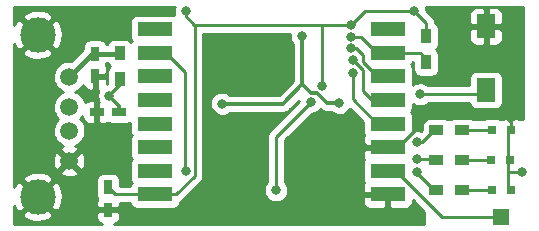
<source format=gtl>
G04 #@! TF.GenerationSoftware,KiCad,Pcbnew,no-vcs-found-ecdfa40~58~ubuntu16.04.1*
G04 #@! TF.CreationDate,2017-03-21T12:12:51+02:00*
G04 #@! TF.ProjectId,serial_gw_ATMEGA328P,73657269616C5F67775F41544D454741,rev?*
G04 #@! TF.FileFunction,Copper,L1,Top,Signal*
G04 #@! TF.FilePolarity,Positive*
%FSLAX46Y46*%
G04 Gerber Fmt 4.6, Leading zero omitted, Abs format (unit mm)*
G04 Created by KiCad (PCBNEW no-vcs-found-ecdfa40~58~ubuntu16.04.1) date Tue Mar 21 12:12:51 2017*
%MOMM*%
%LPD*%
G01*
G04 APERTURE LIST*
%ADD10C,0.100000*%
%ADD11C,1.501140*%
%ADD12C,2.999740*%
%ADD13R,1.350000X1.350000*%
%ADD14R,0.750000X1.200000*%
%ADD15R,1.600000X2.000000*%
%ADD16R,0.800000X0.800000*%
%ADD17R,1.200000X0.900000*%
%ADD18R,0.900000X1.200000*%
%ADD19R,3.000000X1.200000*%
%ADD20R,1.200000X0.750000*%
%ADD21C,0.800000*%
%ADD22C,0.250000*%
%ADD23C,0.300000*%
%ADD24C,0.400000*%
%ADD25C,0.254000*%
G04 APERTURE END LIST*
D10*
D11*
X76207000Y-87422000D03*
X76207000Y-84882000D03*
X76207000Y-82850000D03*
X76207000Y-80310000D03*
D12*
X73540000Y-90470000D03*
X73540000Y-76754000D03*
D13*
X112776000Y-92202000D03*
D14*
X79502000Y-89662000D03*
X79502000Y-91562000D03*
D15*
X111506000Y-76040000D03*
X111506000Y-81440000D03*
D16*
X113614000Y-84836000D03*
X112014000Y-84836000D03*
X111938000Y-87376000D03*
X113538000Y-87376000D03*
X113614000Y-89916000D03*
X112014000Y-89916000D03*
D17*
X109474000Y-84836000D03*
X107274000Y-84836000D03*
X107274000Y-87376000D03*
X109474000Y-87376000D03*
X109474000Y-89916000D03*
X107274000Y-89916000D03*
D18*
X106426000Y-76878000D03*
X106426000Y-79078000D03*
D19*
X103180000Y-76264000D03*
X103180000Y-78264000D03*
X103180000Y-80264000D03*
X103180000Y-82264000D03*
X103180000Y-84264000D03*
X103180000Y-86264000D03*
X103180000Y-88264000D03*
X103180000Y-90264000D03*
X83480000Y-90264000D03*
X83480000Y-88264000D03*
X83480000Y-86264000D03*
X83480000Y-84264000D03*
X83480000Y-82264000D03*
X83480000Y-80264000D03*
X83480000Y-78264000D03*
X83480000Y-76264000D03*
D18*
X80500000Y-78300000D03*
X80500000Y-80500000D03*
D14*
X78400000Y-78350000D03*
X78400000Y-80250000D03*
D20*
X78550000Y-83300000D03*
X80450000Y-83300000D03*
D21*
X89442189Y-85697136D03*
X87875000Y-82650000D03*
X114554000Y-88392000D03*
X100838000Y-84836000D03*
X79600000Y-81900000D03*
X89127626Y-82603499D03*
X99060000Y-82513010D03*
X95930001Y-76861151D03*
X96700022Y-82400000D03*
X105918006Y-81788000D03*
X93726000Y-89916000D03*
X97655635Y-81087092D03*
X100064291Y-75897378D03*
X105410000Y-74701009D03*
X86101340Y-74755009D03*
X105664002Y-85852000D03*
X105700000Y-87300000D03*
X105664000Y-88392000D03*
X100095976Y-76896888D03*
X100235021Y-79964283D03*
X100226992Y-78883000D03*
X100063857Y-77896384D03*
X86075000Y-88275000D03*
D22*
X89442189Y-84217189D02*
X89442189Y-85697136D01*
X87875000Y-82650000D02*
X89442189Y-84217189D01*
X100838000Y-84836000D02*
X101075000Y-85073000D01*
X101075000Y-85073000D02*
X101075000Y-85925000D01*
X101075000Y-85925000D02*
X101414000Y-86264000D01*
X101414000Y-86264000D02*
X103180000Y-86264000D01*
X113614000Y-84186000D02*
X113248000Y-83820000D01*
X113248000Y-83820000D02*
X106524000Y-83820000D01*
X106524000Y-83820000D02*
X104080000Y-86264000D01*
X104080000Y-86264000D02*
X103180000Y-86264000D01*
X103180000Y-86264000D02*
X101430000Y-86264000D01*
X101430000Y-86264000D02*
X101092000Y-86602000D01*
X101092000Y-86602000D02*
X101092000Y-90170000D01*
X101092000Y-90170000D02*
X101186000Y-90264000D01*
X111506000Y-76040000D02*
X112556000Y-76040000D01*
X112556000Y-76040000D02*
X113614000Y-77098000D01*
X113614000Y-77098000D02*
X113614000Y-84186000D01*
X113614000Y-84186000D02*
X113614000Y-84836000D01*
X113360000Y-89916000D02*
X113360000Y-88392000D01*
X113360000Y-88392000D02*
X113360000Y-87452000D01*
X114554000Y-88392000D02*
X113360000Y-88392000D01*
X101186000Y-90264000D02*
X99888000Y-91562000D01*
X99888000Y-91562000D02*
X79502000Y-91562000D01*
X101186000Y-90264000D02*
X103180000Y-90264000D01*
X79502000Y-91562000D02*
X74632000Y-91562000D01*
X74632000Y-91562000D02*
X73540000Y-90470000D01*
X113360000Y-87452000D02*
X113284000Y-87376000D01*
X113360000Y-84836000D02*
X113360000Y-87300000D01*
X113360000Y-87300000D02*
X113284000Y-87376000D01*
D23*
X80450000Y-83300000D02*
X80450000Y-82750000D01*
X80450000Y-82750000D02*
X79600000Y-81900000D01*
X80500000Y-80500000D02*
X80500000Y-81000000D01*
X80500000Y-81000000D02*
X79600000Y-81900000D01*
X97160002Y-81649998D02*
X98023014Y-82513010D01*
X96644688Y-81649998D02*
X97160002Y-81649998D01*
X95947575Y-80952885D02*
X96644688Y-81649998D01*
X98023014Y-82513010D02*
X99060000Y-82513010D01*
X94296961Y-82603499D02*
X89127626Y-82603499D01*
X95947575Y-80952885D02*
X94296961Y-82603499D01*
X95930001Y-80935311D02*
X95930001Y-76861151D01*
X95947575Y-80952885D02*
X95930001Y-80935311D01*
D22*
X93726000Y-89916000D02*
X93726000Y-85374022D01*
X93726000Y-85374022D02*
X96700022Y-82400000D01*
X111506000Y-81440000D02*
X111158000Y-81788000D01*
X111158000Y-81788000D02*
X105918006Y-81788000D01*
X97536000Y-75897378D02*
X97655635Y-76017013D01*
X97655635Y-76017013D02*
X97655635Y-81087092D01*
X87243709Y-75897378D02*
X86852622Y-75897378D01*
X86852622Y-75897378D02*
X86825000Y-75925000D01*
X85230000Y-90264000D02*
X83480000Y-90264000D01*
X86825000Y-75925000D02*
X86825000Y-88669000D01*
X86825000Y-88669000D02*
X85230000Y-90264000D01*
X87243709Y-75897378D02*
X86797378Y-75897378D01*
X86797378Y-75897378D02*
X86101340Y-75201340D01*
X86101340Y-75201340D02*
X86101340Y-74755009D01*
X100064291Y-75897378D02*
X97536000Y-75897378D01*
X97536000Y-75897378D02*
X87243709Y-75897378D01*
X105410000Y-74701009D02*
X101260660Y-74701009D01*
X101260660Y-74701009D02*
X100064291Y-75897378D01*
X106426000Y-75717009D02*
X105410000Y-74701009D01*
X106426000Y-76878000D02*
X106426000Y-75717009D01*
X83480000Y-90264000D02*
X80104000Y-90264000D01*
X80104000Y-90264000D02*
X79502000Y-89662000D01*
X111760000Y-84836000D02*
X109220000Y-84836000D01*
X109220000Y-87376000D02*
X111684000Y-87376000D01*
X111760000Y-89916000D02*
X109220000Y-89916000D01*
X103180000Y-88264000D02*
X103864000Y-88264000D01*
X103864000Y-88264000D02*
X107802000Y-92202000D01*
X107802000Y-92202000D02*
X112776000Y-92202000D01*
X107124000Y-84836000D02*
X106108000Y-85852000D01*
X107274000Y-84836000D02*
X107124000Y-84836000D01*
X106108000Y-85852000D02*
X105664002Y-85852000D01*
X105700000Y-87300000D02*
X107198000Y-87300000D01*
X107198000Y-87300000D02*
X107274000Y-87376000D01*
X107124000Y-89916000D02*
X105664000Y-88456000D01*
X107274000Y-89916000D02*
X107124000Y-89916000D01*
X105664000Y-88456000D02*
X105664000Y-88392000D01*
X100912888Y-76896888D02*
X100095976Y-76896888D01*
X102280000Y-78264000D02*
X100912888Y-76896888D01*
X103180000Y-78264000D02*
X102280000Y-78264000D01*
X103180000Y-78264000D02*
X105950000Y-78264000D01*
X105950000Y-78264000D02*
X106426000Y-78740000D01*
X106426000Y-78740000D02*
X106426000Y-79078000D01*
X100235021Y-82219021D02*
X100235021Y-79964283D01*
X102280000Y-84264000D02*
X100235021Y-82219021D01*
X103180000Y-84264000D02*
X102280000Y-84264000D01*
X103180000Y-82264000D02*
X101822000Y-82264000D01*
X101822000Y-82264000D02*
X101092000Y-81534000D01*
X101092000Y-81534000D02*
X101092000Y-79748008D01*
X101092000Y-79748008D02*
X100226992Y-78883000D01*
X103180000Y-80264000D02*
X102280000Y-80264000D01*
X102280000Y-80264000D02*
X101092000Y-79076000D01*
X101092000Y-79076000D02*
X101092000Y-78486000D01*
X101092000Y-78486000D02*
X100502384Y-77896384D01*
X100502384Y-77896384D02*
X100063857Y-77896384D01*
X83480000Y-78264000D02*
X84380000Y-78264000D01*
X84380000Y-78264000D02*
X86050000Y-79934000D01*
X86050000Y-79934000D02*
X86050000Y-88250000D01*
X86050000Y-88250000D02*
X86075000Y-88275000D01*
D24*
X78400000Y-78350000D02*
X80450000Y-78350000D01*
X80450000Y-78350000D02*
X80500000Y-78300000D01*
X76207000Y-80310000D02*
X78167000Y-78350000D01*
X78167000Y-78350000D02*
X78400000Y-78350000D01*
D25*
G36*
X85117677Y-74442973D02*
X85075802Y-74639977D01*
X85072990Y-74841362D01*
X85109348Y-75039458D01*
X85113203Y-75049194D01*
X85102913Y-75046073D01*
X84980000Y-75033967D01*
X81980000Y-75033967D01*
X81857087Y-75046073D01*
X81738897Y-75081925D01*
X81629972Y-75140147D01*
X81534499Y-75218499D01*
X81456147Y-75313972D01*
X81397925Y-75422897D01*
X81362073Y-75541087D01*
X81349967Y-75664000D01*
X81349967Y-76864000D01*
X81362073Y-76986913D01*
X81397925Y-77105103D01*
X81456147Y-77214028D01*
X81497158Y-77264000D01*
X81456147Y-77313972D01*
X81451478Y-77322707D01*
X81395501Y-77254499D01*
X81300028Y-77176147D01*
X81191103Y-77117925D01*
X81072913Y-77082073D01*
X80950000Y-77069967D01*
X80050000Y-77069967D01*
X79927087Y-77082073D01*
X79808897Y-77117925D01*
X79699972Y-77176147D01*
X79604499Y-77254499D01*
X79526147Y-77349972D01*
X79467925Y-77458897D01*
X79448480Y-77523000D01*
X79361353Y-77523000D01*
X79357075Y-77508897D01*
X79298853Y-77399972D01*
X79220501Y-77304499D01*
X79125028Y-77226147D01*
X79016103Y-77167925D01*
X78897913Y-77132073D01*
X78775000Y-77119967D01*
X78025000Y-77119967D01*
X77902087Y-77132073D01*
X77783897Y-77167925D01*
X77674972Y-77226147D01*
X77579499Y-77304499D01*
X77501147Y-77399972D01*
X77442925Y-77508897D01*
X77407073Y-77627087D01*
X77394967Y-77750000D01*
X77394967Y-77952478D01*
X76403469Y-78943976D01*
X76351692Y-78933348D01*
X76081543Y-78931462D01*
X75816173Y-78982084D01*
X75565689Y-79083286D01*
X75339633Y-79231213D01*
X75146614Y-79420231D01*
X74993986Y-79643140D01*
X74887560Y-79891449D01*
X74831392Y-80155701D01*
X74827620Y-80425830D01*
X74876388Y-80691547D01*
X74975839Y-80942731D01*
X75122184Y-81169814D01*
X75309850Y-81364148D01*
X75531688Y-81518329D01*
X75672836Y-81579996D01*
X75565689Y-81623286D01*
X75339633Y-81771213D01*
X75146614Y-81960231D01*
X74993986Y-82183140D01*
X74887560Y-82431449D01*
X74831392Y-82695701D01*
X74827620Y-82965830D01*
X74876388Y-83231547D01*
X74975839Y-83482731D01*
X75122184Y-83709814D01*
X75274229Y-83867261D01*
X75146614Y-83992231D01*
X74993986Y-84215140D01*
X74887560Y-84463449D01*
X74831392Y-84727701D01*
X74827620Y-84997830D01*
X74876388Y-85263547D01*
X74975839Y-85514731D01*
X75122184Y-85741814D01*
X75309850Y-85936148D01*
X75531688Y-86090329D01*
X75670427Y-86150943D01*
X75614391Y-86171032D01*
X75496095Y-86234263D01*
X75430380Y-86471431D01*
X76207000Y-87248052D01*
X76983620Y-86471431D01*
X76917905Y-86234263D01*
X76743067Y-86151702D01*
X76831120Y-86117549D01*
X77059220Y-85972792D01*
X77254859Y-85786488D01*
X77410585Y-85565732D01*
X77520467Y-85318932D01*
X77580320Y-85055491D01*
X77584629Y-84746922D01*
X77532155Y-84481912D01*
X77429207Y-84232141D01*
X77279705Y-84007123D01*
X77138687Y-83865117D01*
X77254859Y-83754488D01*
X77323000Y-83657892D01*
X77323000Y-83736754D01*
X77347095Y-83857889D01*
X77394360Y-83971996D01*
X77462977Y-84074689D01*
X77550311Y-84162023D01*
X77653004Y-84230640D01*
X77767111Y-84277905D01*
X77888246Y-84302000D01*
X78270250Y-84302000D01*
X78427000Y-84145250D01*
X78427000Y-83423000D01*
X78407000Y-83423000D01*
X78407000Y-83177000D01*
X78427000Y-83177000D01*
X78427000Y-82454750D01*
X78270250Y-82298000D01*
X77888246Y-82298000D01*
X77767111Y-82322095D01*
X77653004Y-82369360D01*
X77550311Y-82437977D01*
X77533183Y-82455105D01*
X77532155Y-82449912D01*
X77429207Y-82200141D01*
X77279705Y-81975123D01*
X77089345Y-81783429D01*
X76865376Y-81632360D01*
X76741528Y-81580299D01*
X76831120Y-81545549D01*
X77059220Y-81400792D01*
X77254859Y-81214488D01*
X77410585Y-80993732D01*
X77413157Y-80987955D01*
X77422095Y-81032889D01*
X77469360Y-81146996D01*
X77537977Y-81249689D01*
X77625311Y-81337023D01*
X77728004Y-81405640D01*
X77842111Y-81452905D01*
X77963246Y-81477000D01*
X78120250Y-81477000D01*
X78277000Y-81320250D01*
X78277000Y-80373000D01*
X78257000Y-80373000D01*
X78257000Y-80127000D01*
X78277000Y-80127000D01*
X78277000Y-80107000D01*
X78523000Y-80107000D01*
X78523000Y-80127000D01*
X79245250Y-80127000D01*
X79402000Y-79970250D01*
X79402000Y-79588246D01*
X79377905Y-79467111D01*
X79330640Y-79353004D01*
X79296863Y-79302453D01*
X79298853Y-79300028D01*
X79357075Y-79191103D01*
X79361353Y-79177000D01*
X79487112Y-79177000D01*
X79526147Y-79250028D01*
X79604499Y-79345501D01*
X79670907Y-79400000D01*
X79604499Y-79454499D01*
X79526147Y-79549972D01*
X79467925Y-79658897D01*
X79432073Y-79777087D01*
X79419967Y-79900000D01*
X79419967Y-80888779D01*
X79402000Y-80892207D01*
X79402000Y-80529750D01*
X79245250Y-80373000D01*
X78523000Y-80373000D01*
X78523000Y-81320250D01*
X78668653Y-81465903D01*
X78616337Y-81587964D01*
X78574462Y-81784968D01*
X78571650Y-81986353D01*
X78608008Y-82184449D01*
X78682150Y-82371711D01*
X78711107Y-82416643D01*
X78673000Y-82454750D01*
X78673000Y-83177000D01*
X78693000Y-83177000D01*
X78693000Y-83423000D01*
X78673000Y-83423000D01*
X78673000Y-84145250D01*
X78829750Y-84302000D01*
X79211754Y-84302000D01*
X79332889Y-84277905D01*
X79446996Y-84230640D01*
X79497547Y-84196863D01*
X79499972Y-84198853D01*
X79608897Y-84257075D01*
X79727087Y-84292927D01*
X79850000Y-84305033D01*
X81050000Y-84305033D01*
X81172913Y-84292927D01*
X81291103Y-84257075D01*
X81349967Y-84225611D01*
X81349967Y-84864000D01*
X81362073Y-84986913D01*
X81397925Y-85105103D01*
X81456147Y-85214028D01*
X81497158Y-85264000D01*
X81456147Y-85313972D01*
X81397925Y-85422897D01*
X81362073Y-85541087D01*
X81349967Y-85664000D01*
X81349967Y-86864000D01*
X81362073Y-86986913D01*
X81397925Y-87105103D01*
X81456147Y-87214028D01*
X81497158Y-87264000D01*
X81456147Y-87313972D01*
X81397925Y-87422897D01*
X81362073Y-87541087D01*
X81349967Y-87664000D01*
X81349967Y-88864000D01*
X81362073Y-88986913D01*
X81397925Y-89105103D01*
X81456147Y-89214028D01*
X81497158Y-89264000D01*
X81456147Y-89313972D01*
X81397925Y-89422897D01*
X81370896Y-89512000D01*
X80507033Y-89512000D01*
X80507033Y-89062000D01*
X80494927Y-88939087D01*
X80459075Y-88820897D01*
X80400853Y-88711972D01*
X80322501Y-88616499D01*
X80227028Y-88538147D01*
X80118103Y-88479925D01*
X79999913Y-88444073D01*
X79877000Y-88431967D01*
X79127000Y-88431967D01*
X79004087Y-88444073D01*
X78885897Y-88479925D01*
X78776972Y-88538147D01*
X78681499Y-88616499D01*
X78603147Y-88711972D01*
X78544925Y-88820897D01*
X78509073Y-88939087D01*
X78496967Y-89062000D01*
X78496967Y-90262000D01*
X78509073Y-90384913D01*
X78544925Y-90503103D01*
X78603147Y-90612028D01*
X78605137Y-90614453D01*
X78571360Y-90665004D01*
X78524095Y-90779111D01*
X78500000Y-90900246D01*
X78500000Y-91282250D01*
X78656750Y-91439000D01*
X79379000Y-91439000D01*
X79379000Y-91419000D01*
X79625000Y-91419000D01*
X79625000Y-91439000D01*
X80347250Y-91439000D01*
X80504000Y-91282250D01*
X80504000Y-91016000D01*
X81370896Y-91016000D01*
X81397925Y-91105103D01*
X81456147Y-91214028D01*
X81534499Y-91309501D01*
X81629972Y-91387853D01*
X81738897Y-91446075D01*
X81857087Y-91481927D01*
X81980000Y-91494033D01*
X84980000Y-91494033D01*
X85102913Y-91481927D01*
X85221103Y-91446075D01*
X85330028Y-91387853D01*
X85425501Y-91309501D01*
X85503853Y-91214028D01*
X85562075Y-91105103D01*
X85597927Y-90986913D01*
X85605260Y-90912465D01*
X85639568Y-90894681D01*
X85642660Y-90892213D01*
X85646150Y-90890357D01*
X85699962Y-90846469D01*
X85754268Y-90803117D01*
X85759770Y-90797691D01*
X85759885Y-90797597D01*
X85759973Y-90797490D01*
X85761744Y-90795744D01*
X87356745Y-89200744D01*
X87400851Y-89147048D01*
X87445485Y-89093855D01*
X87447390Y-89090390D01*
X87449900Y-89087334D01*
X87482739Y-89026090D01*
X87516190Y-88965244D01*
X87517385Y-88961478D01*
X87519255Y-88957990D01*
X87539577Y-88891520D01*
X87560567Y-88825350D01*
X87561008Y-88821421D01*
X87562164Y-88817639D01*
X87569185Y-88748517D01*
X87576927Y-88679500D01*
X87576981Y-88671776D01*
X87576996Y-88671625D01*
X87576983Y-88671485D01*
X87577000Y-88669000D01*
X87577000Y-76649378D01*
X94925026Y-76649378D01*
X94904463Y-76746119D01*
X94901651Y-76947504D01*
X94938009Y-77145600D01*
X95012151Y-77332862D01*
X95121254Y-77502156D01*
X95153001Y-77535031D01*
X95153001Y-80648615D01*
X93975117Y-81826499D01*
X89803448Y-81826499D01*
X89785428Y-81808353D01*
X89618455Y-81695729D01*
X89432788Y-81617681D01*
X89235496Y-81577183D01*
X89034096Y-81575777D01*
X88836258Y-81613517D01*
X88649519Y-81688964D01*
X88480990Y-81799246D01*
X88337092Y-81940162D01*
X88223305Y-82106344D01*
X88143963Y-82291463D01*
X88102088Y-82488467D01*
X88099276Y-82689852D01*
X88135634Y-82887948D01*
X88209776Y-83075210D01*
X88318879Y-83244504D01*
X88458786Y-83389383D01*
X88624170Y-83504328D01*
X88808730Y-83584960D01*
X89005437Y-83628209D01*
X89206798Y-83632427D01*
X89405143Y-83597453D01*
X89592918Y-83524620D01*
X89762970Y-83416702D01*
X89800987Y-83380499D01*
X94296961Y-83380499D01*
X94368443Y-83373490D01*
X94439891Y-83367239D01*
X94443811Y-83366100D01*
X94447881Y-83365701D01*
X94516629Y-83344945D01*
X94585514Y-83324932D01*
X94589140Y-83323052D01*
X94593053Y-83321871D01*
X94656428Y-83288174D01*
X94720146Y-83255146D01*
X94723340Y-83252596D01*
X94726946Y-83250679D01*
X94782542Y-83205336D01*
X94838658Y-83160539D01*
X94844347Y-83154929D01*
X94844462Y-83154835D01*
X94844550Y-83154729D01*
X94846383Y-83152921D01*
X95673920Y-82325384D01*
X95673392Y-82363142D01*
X93194256Y-84842278D01*
X93150174Y-84895944D01*
X93105515Y-84949167D01*
X93103610Y-84952633D01*
X93101100Y-84955688D01*
X93068280Y-85016897D01*
X93034810Y-85077778D01*
X93033614Y-85081548D01*
X93031746Y-85085032D01*
X93011438Y-85151456D01*
X92990433Y-85217672D01*
X92989992Y-85221601D01*
X92988836Y-85225383D01*
X92981820Y-85294461D01*
X92974073Y-85363522D01*
X92974019Y-85371257D01*
X92974005Y-85371397D01*
X92974017Y-85371528D01*
X92974000Y-85374022D01*
X92974000Y-89214928D01*
X92935466Y-89252663D01*
X92821679Y-89418845D01*
X92742337Y-89603964D01*
X92700462Y-89800968D01*
X92697650Y-90002353D01*
X92734008Y-90200449D01*
X92808150Y-90387711D01*
X92917253Y-90557005D01*
X93057160Y-90701884D01*
X93222544Y-90816829D01*
X93407104Y-90897461D01*
X93603811Y-90940710D01*
X93805172Y-90944928D01*
X94003517Y-90909954D01*
X94191292Y-90837121D01*
X94361344Y-90729203D01*
X94507195Y-90590310D01*
X94540039Y-90543750D01*
X101053000Y-90543750D01*
X101053000Y-90925754D01*
X101077095Y-91046889D01*
X101124360Y-91160996D01*
X101192977Y-91263689D01*
X101280311Y-91351023D01*
X101383004Y-91419640D01*
X101497111Y-91466905D01*
X101618246Y-91491000D01*
X102900250Y-91491000D01*
X103057000Y-91334250D01*
X103057000Y-90387000D01*
X101209750Y-90387000D01*
X101053000Y-90543750D01*
X94540039Y-90543750D01*
X94623292Y-90425733D01*
X94705211Y-90241740D01*
X94749832Y-90045340D01*
X94753044Y-89815297D01*
X94713924Y-89617728D01*
X94637175Y-89431520D01*
X94525719Y-89263765D01*
X94478000Y-89215712D01*
X94478000Y-85685510D01*
X96735497Y-83428013D01*
X96779194Y-83428928D01*
X96977539Y-83393954D01*
X97165314Y-83321121D01*
X97335366Y-83213203D01*
X97481217Y-83074310D01*
X97483725Y-83070755D01*
X97529095Y-83108023D01*
X97584035Y-83154123D01*
X97587613Y-83156090D01*
X97590772Y-83158685D01*
X97654031Y-83192604D01*
X97716921Y-83227178D01*
X97720818Y-83228414D01*
X97724417Y-83230344D01*
X97793001Y-83251312D01*
X97861467Y-83273031D01*
X97865532Y-83273487D01*
X97869434Y-83274680D01*
X97940792Y-83281928D01*
X98012165Y-83289934D01*
X98020154Y-83289990D01*
X98020302Y-83290005D01*
X98020440Y-83289992D01*
X98023014Y-83290010D01*
X98382581Y-83290010D01*
X98391160Y-83298894D01*
X98556544Y-83413839D01*
X98741104Y-83494471D01*
X98937811Y-83537720D01*
X99139172Y-83541938D01*
X99337517Y-83506964D01*
X99525292Y-83434131D01*
X99695344Y-83326213D01*
X99841195Y-83187320D01*
X99957292Y-83022743D01*
X99962826Y-83010314D01*
X101049967Y-84097455D01*
X101049967Y-84864000D01*
X101062073Y-84986913D01*
X101097925Y-85105103D01*
X101156147Y-85214028D01*
X101195413Y-85261875D01*
X101192977Y-85264311D01*
X101124360Y-85367004D01*
X101077095Y-85481111D01*
X101053000Y-85602246D01*
X101053000Y-85984250D01*
X101209750Y-86141000D01*
X103057000Y-86141000D01*
X103057000Y-86121000D01*
X103303000Y-86121000D01*
X103303000Y-86141000D01*
X103323000Y-86141000D01*
X103323000Y-86387000D01*
X103303000Y-86387000D01*
X103303000Y-86407000D01*
X103057000Y-86407000D01*
X103057000Y-86387000D01*
X101209750Y-86387000D01*
X101053000Y-86543750D01*
X101053000Y-86925754D01*
X101077095Y-87046889D01*
X101124360Y-87160996D01*
X101192977Y-87263689D01*
X101195413Y-87266125D01*
X101156147Y-87313972D01*
X101097925Y-87422897D01*
X101062073Y-87541087D01*
X101049967Y-87664000D01*
X101049967Y-88864000D01*
X101062073Y-88986913D01*
X101097925Y-89105103D01*
X101156147Y-89214028D01*
X101195413Y-89261875D01*
X101192977Y-89264311D01*
X101124360Y-89367004D01*
X101077095Y-89481111D01*
X101053000Y-89602246D01*
X101053000Y-89984250D01*
X101209750Y-90141000D01*
X103057000Y-90141000D01*
X103057000Y-90121000D01*
X103303000Y-90121000D01*
X103303000Y-90141000D01*
X103323000Y-90141000D01*
X103323000Y-90387000D01*
X103303000Y-90387000D01*
X103303000Y-91334250D01*
X103459750Y-91491000D01*
X104741754Y-91491000D01*
X104862889Y-91466905D01*
X104976996Y-91419640D01*
X105079689Y-91351023D01*
X105167023Y-91263689D01*
X105235640Y-91160996D01*
X105282905Y-91046889D01*
X105307000Y-90925754D01*
X105307000Y-90770488D01*
X106273000Y-91736488D01*
X106273000Y-92770000D01*
X80034274Y-92770000D01*
X80059889Y-92764905D01*
X80173996Y-92717640D01*
X80276689Y-92649023D01*
X80364023Y-92561689D01*
X80432640Y-92458996D01*
X80479905Y-92344889D01*
X80504000Y-92223754D01*
X80504000Y-91841750D01*
X80347250Y-91685000D01*
X79625000Y-91685000D01*
X79625000Y-91705000D01*
X79379000Y-91705000D01*
X79379000Y-91685000D01*
X78656750Y-91685000D01*
X78500000Y-91841750D01*
X78500000Y-92223754D01*
X78524095Y-92344889D01*
X78571360Y-92458996D01*
X78639977Y-92561689D01*
X78727311Y-92649023D01*
X78830004Y-92717640D01*
X78944111Y-92764905D01*
X78969726Y-92770000D01*
X71568000Y-92770000D01*
X71568000Y-91954633D01*
X72229315Y-91954633D01*
X72385399Y-92268431D01*
X72758441Y-92459126D01*
X73161518Y-92573380D01*
X73579139Y-92606802D01*
X73995257Y-92558109D01*
X74393879Y-92429170D01*
X74694601Y-92268431D01*
X74850685Y-91954633D01*
X73540000Y-90643948D01*
X72229315Y-91954633D01*
X71568000Y-91954633D01*
X71568000Y-91284214D01*
X71580830Y-91323879D01*
X71741569Y-91624601D01*
X72055367Y-91780685D01*
X73366052Y-90470000D01*
X73713948Y-90470000D01*
X75024633Y-91780685D01*
X75338431Y-91624601D01*
X75529126Y-91251559D01*
X75643380Y-90848482D01*
X75676802Y-90430861D01*
X75628109Y-90014743D01*
X75499170Y-89616121D01*
X75338431Y-89315399D01*
X75024633Y-89159315D01*
X73713948Y-90470000D01*
X73366052Y-90470000D01*
X72055367Y-89159315D01*
X71741569Y-89315399D01*
X71568000Y-89654939D01*
X71568000Y-88985367D01*
X72229315Y-88985367D01*
X73540000Y-90296052D01*
X74850685Y-88985367D01*
X74694601Y-88671569D01*
X74321559Y-88480874D01*
X73939470Y-88372569D01*
X75430380Y-88372569D01*
X75496095Y-88609737D01*
X75741470Y-88725606D01*
X76004736Y-88791378D01*
X76275775Y-88804525D01*
X76544170Y-88764543D01*
X76799609Y-88672968D01*
X76917905Y-88609737D01*
X76983620Y-88372569D01*
X76207000Y-87595948D01*
X75430380Y-88372569D01*
X73939470Y-88372569D01*
X73918482Y-88366620D01*
X73500861Y-88333198D01*
X73084743Y-88381891D01*
X72686121Y-88510830D01*
X72385399Y-88671569D01*
X72229315Y-88985367D01*
X71568000Y-88985367D01*
X71568000Y-87490775D01*
X74824475Y-87490775D01*
X74864457Y-87759170D01*
X74956032Y-88014609D01*
X75019263Y-88132905D01*
X75256431Y-88198620D01*
X76033052Y-87422000D01*
X76380948Y-87422000D01*
X77157569Y-88198620D01*
X77394737Y-88132905D01*
X77510606Y-87887530D01*
X77576378Y-87624264D01*
X77589525Y-87353225D01*
X77549543Y-87084830D01*
X77457968Y-86829391D01*
X77394737Y-86711095D01*
X77157569Y-86645380D01*
X76380948Y-87422000D01*
X76033052Y-87422000D01*
X75256431Y-86645380D01*
X75019263Y-86711095D01*
X74903394Y-86956470D01*
X74837622Y-87219736D01*
X74824475Y-87490775D01*
X71568000Y-87490775D01*
X71568000Y-78238633D01*
X72229315Y-78238633D01*
X72385399Y-78552431D01*
X72758441Y-78743126D01*
X73161518Y-78857380D01*
X73579139Y-78890802D01*
X73995257Y-78842109D01*
X74393879Y-78713170D01*
X74694601Y-78552431D01*
X74850685Y-78238633D01*
X73540000Y-76927948D01*
X72229315Y-78238633D01*
X71568000Y-78238633D01*
X71568000Y-77568214D01*
X71580830Y-77607879D01*
X71741569Y-77908601D01*
X72055367Y-78064685D01*
X73366052Y-76754000D01*
X73713948Y-76754000D01*
X75024633Y-78064685D01*
X75338431Y-77908601D01*
X75529126Y-77535559D01*
X75643380Y-77132482D01*
X75676802Y-76714861D01*
X75628109Y-76298743D01*
X75499170Y-75900121D01*
X75338431Y-75599399D01*
X75024633Y-75443315D01*
X73713948Y-76754000D01*
X73366052Y-76754000D01*
X72055367Y-75443315D01*
X71741569Y-75599399D01*
X71568000Y-75938939D01*
X71568000Y-75269367D01*
X72229315Y-75269367D01*
X73540000Y-76580052D01*
X74850685Y-75269367D01*
X74694601Y-74955569D01*
X74321559Y-74764874D01*
X73918482Y-74650620D01*
X73500861Y-74617198D01*
X73084743Y-74665891D01*
X72686121Y-74794830D01*
X72385399Y-74955569D01*
X72229315Y-75269367D01*
X71568000Y-75269367D01*
X71568000Y-74362000D01*
X85152382Y-74362000D01*
X85117677Y-74442973D01*
X85117677Y-74442973D01*
G37*
X85117677Y-74442973D02*
X85075802Y-74639977D01*
X85072990Y-74841362D01*
X85109348Y-75039458D01*
X85113203Y-75049194D01*
X85102913Y-75046073D01*
X84980000Y-75033967D01*
X81980000Y-75033967D01*
X81857087Y-75046073D01*
X81738897Y-75081925D01*
X81629972Y-75140147D01*
X81534499Y-75218499D01*
X81456147Y-75313972D01*
X81397925Y-75422897D01*
X81362073Y-75541087D01*
X81349967Y-75664000D01*
X81349967Y-76864000D01*
X81362073Y-76986913D01*
X81397925Y-77105103D01*
X81456147Y-77214028D01*
X81497158Y-77264000D01*
X81456147Y-77313972D01*
X81451478Y-77322707D01*
X81395501Y-77254499D01*
X81300028Y-77176147D01*
X81191103Y-77117925D01*
X81072913Y-77082073D01*
X80950000Y-77069967D01*
X80050000Y-77069967D01*
X79927087Y-77082073D01*
X79808897Y-77117925D01*
X79699972Y-77176147D01*
X79604499Y-77254499D01*
X79526147Y-77349972D01*
X79467925Y-77458897D01*
X79448480Y-77523000D01*
X79361353Y-77523000D01*
X79357075Y-77508897D01*
X79298853Y-77399972D01*
X79220501Y-77304499D01*
X79125028Y-77226147D01*
X79016103Y-77167925D01*
X78897913Y-77132073D01*
X78775000Y-77119967D01*
X78025000Y-77119967D01*
X77902087Y-77132073D01*
X77783897Y-77167925D01*
X77674972Y-77226147D01*
X77579499Y-77304499D01*
X77501147Y-77399972D01*
X77442925Y-77508897D01*
X77407073Y-77627087D01*
X77394967Y-77750000D01*
X77394967Y-77952478D01*
X76403469Y-78943976D01*
X76351692Y-78933348D01*
X76081543Y-78931462D01*
X75816173Y-78982084D01*
X75565689Y-79083286D01*
X75339633Y-79231213D01*
X75146614Y-79420231D01*
X74993986Y-79643140D01*
X74887560Y-79891449D01*
X74831392Y-80155701D01*
X74827620Y-80425830D01*
X74876388Y-80691547D01*
X74975839Y-80942731D01*
X75122184Y-81169814D01*
X75309850Y-81364148D01*
X75531688Y-81518329D01*
X75672836Y-81579996D01*
X75565689Y-81623286D01*
X75339633Y-81771213D01*
X75146614Y-81960231D01*
X74993986Y-82183140D01*
X74887560Y-82431449D01*
X74831392Y-82695701D01*
X74827620Y-82965830D01*
X74876388Y-83231547D01*
X74975839Y-83482731D01*
X75122184Y-83709814D01*
X75274229Y-83867261D01*
X75146614Y-83992231D01*
X74993986Y-84215140D01*
X74887560Y-84463449D01*
X74831392Y-84727701D01*
X74827620Y-84997830D01*
X74876388Y-85263547D01*
X74975839Y-85514731D01*
X75122184Y-85741814D01*
X75309850Y-85936148D01*
X75531688Y-86090329D01*
X75670427Y-86150943D01*
X75614391Y-86171032D01*
X75496095Y-86234263D01*
X75430380Y-86471431D01*
X76207000Y-87248052D01*
X76983620Y-86471431D01*
X76917905Y-86234263D01*
X76743067Y-86151702D01*
X76831120Y-86117549D01*
X77059220Y-85972792D01*
X77254859Y-85786488D01*
X77410585Y-85565732D01*
X77520467Y-85318932D01*
X77580320Y-85055491D01*
X77584629Y-84746922D01*
X77532155Y-84481912D01*
X77429207Y-84232141D01*
X77279705Y-84007123D01*
X77138687Y-83865117D01*
X77254859Y-83754488D01*
X77323000Y-83657892D01*
X77323000Y-83736754D01*
X77347095Y-83857889D01*
X77394360Y-83971996D01*
X77462977Y-84074689D01*
X77550311Y-84162023D01*
X77653004Y-84230640D01*
X77767111Y-84277905D01*
X77888246Y-84302000D01*
X78270250Y-84302000D01*
X78427000Y-84145250D01*
X78427000Y-83423000D01*
X78407000Y-83423000D01*
X78407000Y-83177000D01*
X78427000Y-83177000D01*
X78427000Y-82454750D01*
X78270250Y-82298000D01*
X77888246Y-82298000D01*
X77767111Y-82322095D01*
X77653004Y-82369360D01*
X77550311Y-82437977D01*
X77533183Y-82455105D01*
X77532155Y-82449912D01*
X77429207Y-82200141D01*
X77279705Y-81975123D01*
X77089345Y-81783429D01*
X76865376Y-81632360D01*
X76741528Y-81580299D01*
X76831120Y-81545549D01*
X77059220Y-81400792D01*
X77254859Y-81214488D01*
X77410585Y-80993732D01*
X77413157Y-80987955D01*
X77422095Y-81032889D01*
X77469360Y-81146996D01*
X77537977Y-81249689D01*
X77625311Y-81337023D01*
X77728004Y-81405640D01*
X77842111Y-81452905D01*
X77963246Y-81477000D01*
X78120250Y-81477000D01*
X78277000Y-81320250D01*
X78277000Y-80373000D01*
X78257000Y-80373000D01*
X78257000Y-80127000D01*
X78277000Y-80127000D01*
X78277000Y-80107000D01*
X78523000Y-80107000D01*
X78523000Y-80127000D01*
X79245250Y-80127000D01*
X79402000Y-79970250D01*
X79402000Y-79588246D01*
X79377905Y-79467111D01*
X79330640Y-79353004D01*
X79296863Y-79302453D01*
X79298853Y-79300028D01*
X79357075Y-79191103D01*
X79361353Y-79177000D01*
X79487112Y-79177000D01*
X79526147Y-79250028D01*
X79604499Y-79345501D01*
X79670907Y-79400000D01*
X79604499Y-79454499D01*
X79526147Y-79549972D01*
X79467925Y-79658897D01*
X79432073Y-79777087D01*
X79419967Y-79900000D01*
X79419967Y-80888779D01*
X79402000Y-80892207D01*
X79402000Y-80529750D01*
X79245250Y-80373000D01*
X78523000Y-80373000D01*
X78523000Y-81320250D01*
X78668653Y-81465903D01*
X78616337Y-81587964D01*
X78574462Y-81784968D01*
X78571650Y-81986353D01*
X78608008Y-82184449D01*
X78682150Y-82371711D01*
X78711107Y-82416643D01*
X78673000Y-82454750D01*
X78673000Y-83177000D01*
X78693000Y-83177000D01*
X78693000Y-83423000D01*
X78673000Y-83423000D01*
X78673000Y-84145250D01*
X78829750Y-84302000D01*
X79211754Y-84302000D01*
X79332889Y-84277905D01*
X79446996Y-84230640D01*
X79497547Y-84196863D01*
X79499972Y-84198853D01*
X79608897Y-84257075D01*
X79727087Y-84292927D01*
X79850000Y-84305033D01*
X81050000Y-84305033D01*
X81172913Y-84292927D01*
X81291103Y-84257075D01*
X81349967Y-84225611D01*
X81349967Y-84864000D01*
X81362073Y-84986913D01*
X81397925Y-85105103D01*
X81456147Y-85214028D01*
X81497158Y-85264000D01*
X81456147Y-85313972D01*
X81397925Y-85422897D01*
X81362073Y-85541087D01*
X81349967Y-85664000D01*
X81349967Y-86864000D01*
X81362073Y-86986913D01*
X81397925Y-87105103D01*
X81456147Y-87214028D01*
X81497158Y-87264000D01*
X81456147Y-87313972D01*
X81397925Y-87422897D01*
X81362073Y-87541087D01*
X81349967Y-87664000D01*
X81349967Y-88864000D01*
X81362073Y-88986913D01*
X81397925Y-89105103D01*
X81456147Y-89214028D01*
X81497158Y-89264000D01*
X81456147Y-89313972D01*
X81397925Y-89422897D01*
X81370896Y-89512000D01*
X80507033Y-89512000D01*
X80507033Y-89062000D01*
X80494927Y-88939087D01*
X80459075Y-88820897D01*
X80400853Y-88711972D01*
X80322501Y-88616499D01*
X80227028Y-88538147D01*
X80118103Y-88479925D01*
X79999913Y-88444073D01*
X79877000Y-88431967D01*
X79127000Y-88431967D01*
X79004087Y-88444073D01*
X78885897Y-88479925D01*
X78776972Y-88538147D01*
X78681499Y-88616499D01*
X78603147Y-88711972D01*
X78544925Y-88820897D01*
X78509073Y-88939087D01*
X78496967Y-89062000D01*
X78496967Y-90262000D01*
X78509073Y-90384913D01*
X78544925Y-90503103D01*
X78603147Y-90612028D01*
X78605137Y-90614453D01*
X78571360Y-90665004D01*
X78524095Y-90779111D01*
X78500000Y-90900246D01*
X78500000Y-91282250D01*
X78656750Y-91439000D01*
X79379000Y-91439000D01*
X79379000Y-91419000D01*
X79625000Y-91419000D01*
X79625000Y-91439000D01*
X80347250Y-91439000D01*
X80504000Y-91282250D01*
X80504000Y-91016000D01*
X81370896Y-91016000D01*
X81397925Y-91105103D01*
X81456147Y-91214028D01*
X81534499Y-91309501D01*
X81629972Y-91387853D01*
X81738897Y-91446075D01*
X81857087Y-91481927D01*
X81980000Y-91494033D01*
X84980000Y-91494033D01*
X85102913Y-91481927D01*
X85221103Y-91446075D01*
X85330028Y-91387853D01*
X85425501Y-91309501D01*
X85503853Y-91214028D01*
X85562075Y-91105103D01*
X85597927Y-90986913D01*
X85605260Y-90912465D01*
X85639568Y-90894681D01*
X85642660Y-90892213D01*
X85646150Y-90890357D01*
X85699962Y-90846469D01*
X85754268Y-90803117D01*
X85759770Y-90797691D01*
X85759885Y-90797597D01*
X85759973Y-90797490D01*
X85761744Y-90795744D01*
X87356745Y-89200744D01*
X87400851Y-89147048D01*
X87445485Y-89093855D01*
X87447390Y-89090390D01*
X87449900Y-89087334D01*
X87482739Y-89026090D01*
X87516190Y-88965244D01*
X87517385Y-88961478D01*
X87519255Y-88957990D01*
X87539577Y-88891520D01*
X87560567Y-88825350D01*
X87561008Y-88821421D01*
X87562164Y-88817639D01*
X87569185Y-88748517D01*
X87576927Y-88679500D01*
X87576981Y-88671776D01*
X87576996Y-88671625D01*
X87576983Y-88671485D01*
X87577000Y-88669000D01*
X87577000Y-76649378D01*
X94925026Y-76649378D01*
X94904463Y-76746119D01*
X94901651Y-76947504D01*
X94938009Y-77145600D01*
X95012151Y-77332862D01*
X95121254Y-77502156D01*
X95153001Y-77535031D01*
X95153001Y-80648615D01*
X93975117Y-81826499D01*
X89803448Y-81826499D01*
X89785428Y-81808353D01*
X89618455Y-81695729D01*
X89432788Y-81617681D01*
X89235496Y-81577183D01*
X89034096Y-81575777D01*
X88836258Y-81613517D01*
X88649519Y-81688964D01*
X88480990Y-81799246D01*
X88337092Y-81940162D01*
X88223305Y-82106344D01*
X88143963Y-82291463D01*
X88102088Y-82488467D01*
X88099276Y-82689852D01*
X88135634Y-82887948D01*
X88209776Y-83075210D01*
X88318879Y-83244504D01*
X88458786Y-83389383D01*
X88624170Y-83504328D01*
X88808730Y-83584960D01*
X89005437Y-83628209D01*
X89206798Y-83632427D01*
X89405143Y-83597453D01*
X89592918Y-83524620D01*
X89762970Y-83416702D01*
X89800987Y-83380499D01*
X94296961Y-83380499D01*
X94368443Y-83373490D01*
X94439891Y-83367239D01*
X94443811Y-83366100D01*
X94447881Y-83365701D01*
X94516629Y-83344945D01*
X94585514Y-83324932D01*
X94589140Y-83323052D01*
X94593053Y-83321871D01*
X94656428Y-83288174D01*
X94720146Y-83255146D01*
X94723340Y-83252596D01*
X94726946Y-83250679D01*
X94782542Y-83205336D01*
X94838658Y-83160539D01*
X94844347Y-83154929D01*
X94844462Y-83154835D01*
X94844550Y-83154729D01*
X94846383Y-83152921D01*
X95673920Y-82325384D01*
X95673392Y-82363142D01*
X93194256Y-84842278D01*
X93150174Y-84895944D01*
X93105515Y-84949167D01*
X93103610Y-84952633D01*
X93101100Y-84955688D01*
X93068280Y-85016897D01*
X93034810Y-85077778D01*
X93033614Y-85081548D01*
X93031746Y-85085032D01*
X93011438Y-85151456D01*
X92990433Y-85217672D01*
X92989992Y-85221601D01*
X92988836Y-85225383D01*
X92981820Y-85294461D01*
X92974073Y-85363522D01*
X92974019Y-85371257D01*
X92974005Y-85371397D01*
X92974017Y-85371528D01*
X92974000Y-85374022D01*
X92974000Y-89214928D01*
X92935466Y-89252663D01*
X92821679Y-89418845D01*
X92742337Y-89603964D01*
X92700462Y-89800968D01*
X92697650Y-90002353D01*
X92734008Y-90200449D01*
X92808150Y-90387711D01*
X92917253Y-90557005D01*
X93057160Y-90701884D01*
X93222544Y-90816829D01*
X93407104Y-90897461D01*
X93603811Y-90940710D01*
X93805172Y-90944928D01*
X94003517Y-90909954D01*
X94191292Y-90837121D01*
X94361344Y-90729203D01*
X94507195Y-90590310D01*
X94540039Y-90543750D01*
X101053000Y-90543750D01*
X101053000Y-90925754D01*
X101077095Y-91046889D01*
X101124360Y-91160996D01*
X101192977Y-91263689D01*
X101280311Y-91351023D01*
X101383004Y-91419640D01*
X101497111Y-91466905D01*
X101618246Y-91491000D01*
X102900250Y-91491000D01*
X103057000Y-91334250D01*
X103057000Y-90387000D01*
X101209750Y-90387000D01*
X101053000Y-90543750D01*
X94540039Y-90543750D01*
X94623292Y-90425733D01*
X94705211Y-90241740D01*
X94749832Y-90045340D01*
X94753044Y-89815297D01*
X94713924Y-89617728D01*
X94637175Y-89431520D01*
X94525719Y-89263765D01*
X94478000Y-89215712D01*
X94478000Y-85685510D01*
X96735497Y-83428013D01*
X96779194Y-83428928D01*
X96977539Y-83393954D01*
X97165314Y-83321121D01*
X97335366Y-83213203D01*
X97481217Y-83074310D01*
X97483725Y-83070755D01*
X97529095Y-83108023D01*
X97584035Y-83154123D01*
X97587613Y-83156090D01*
X97590772Y-83158685D01*
X97654031Y-83192604D01*
X97716921Y-83227178D01*
X97720818Y-83228414D01*
X97724417Y-83230344D01*
X97793001Y-83251312D01*
X97861467Y-83273031D01*
X97865532Y-83273487D01*
X97869434Y-83274680D01*
X97940792Y-83281928D01*
X98012165Y-83289934D01*
X98020154Y-83289990D01*
X98020302Y-83290005D01*
X98020440Y-83289992D01*
X98023014Y-83290010D01*
X98382581Y-83290010D01*
X98391160Y-83298894D01*
X98556544Y-83413839D01*
X98741104Y-83494471D01*
X98937811Y-83537720D01*
X99139172Y-83541938D01*
X99337517Y-83506964D01*
X99525292Y-83434131D01*
X99695344Y-83326213D01*
X99841195Y-83187320D01*
X99957292Y-83022743D01*
X99962826Y-83010314D01*
X101049967Y-84097455D01*
X101049967Y-84864000D01*
X101062073Y-84986913D01*
X101097925Y-85105103D01*
X101156147Y-85214028D01*
X101195413Y-85261875D01*
X101192977Y-85264311D01*
X101124360Y-85367004D01*
X101077095Y-85481111D01*
X101053000Y-85602246D01*
X101053000Y-85984250D01*
X101209750Y-86141000D01*
X103057000Y-86141000D01*
X103057000Y-86121000D01*
X103303000Y-86121000D01*
X103303000Y-86141000D01*
X103323000Y-86141000D01*
X103323000Y-86387000D01*
X103303000Y-86387000D01*
X103303000Y-86407000D01*
X103057000Y-86407000D01*
X103057000Y-86387000D01*
X101209750Y-86387000D01*
X101053000Y-86543750D01*
X101053000Y-86925754D01*
X101077095Y-87046889D01*
X101124360Y-87160996D01*
X101192977Y-87263689D01*
X101195413Y-87266125D01*
X101156147Y-87313972D01*
X101097925Y-87422897D01*
X101062073Y-87541087D01*
X101049967Y-87664000D01*
X101049967Y-88864000D01*
X101062073Y-88986913D01*
X101097925Y-89105103D01*
X101156147Y-89214028D01*
X101195413Y-89261875D01*
X101192977Y-89264311D01*
X101124360Y-89367004D01*
X101077095Y-89481111D01*
X101053000Y-89602246D01*
X101053000Y-89984250D01*
X101209750Y-90141000D01*
X103057000Y-90141000D01*
X103057000Y-90121000D01*
X103303000Y-90121000D01*
X103303000Y-90141000D01*
X103323000Y-90141000D01*
X103323000Y-90387000D01*
X103303000Y-90387000D01*
X103303000Y-91334250D01*
X103459750Y-91491000D01*
X104741754Y-91491000D01*
X104862889Y-91466905D01*
X104976996Y-91419640D01*
X105079689Y-91351023D01*
X105167023Y-91263689D01*
X105235640Y-91160996D01*
X105282905Y-91046889D01*
X105307000Y-90925754D01*
X105307000Y-90770488D01*
X106273000Y-91736488D01*
X106273000Y-92770000D01*
X80034274Y-92770000D01*
X80059889Y-92764905D01*
X80173996Y-92717640D01*
X80276689Y-92649023D01*
X80364023Y-92561689D01*
X80432640Y-92458996D01*
X80479905Y-92344889D01*
X80504000Y-92223754D01*
X80504000Y-91841750D01*
X80347250Y-91685000D01*
X79625000Y-91685000D01*
X79625000Y-91705000D01*
X79379000Y-91705000D01*
X79379000Y-91685000D01*
X78656750Y-91685000D01*
X78500000Y-91841750D01*
X78500000Y-92223754D01*
X78524095Y-92344889D01*
X78571360Y-92458996D01*
X78639977Y-92561689D01*
X78727311Y-92649023D01*
X78830004Y-92717640D01*
X78944111Y-92764905D01*
X78969726Y-92770000D01*
X71568000Y-92770000D01*
X71568000Y-91954633D01*
X72229315Y-91954633D01*
X72385399Y-92268431D01*
X72758441Y-92459126D01*
X73161518Y-92573380D01*
X73579139Y-92606802D01*
X73995257Y-92558109D01*
X74393879Y-92429170D01*
X74694601Y-92268431D01*
X74850685Y-91954633D01*
X73540000Y-90643948D01*
X72229315Y-91954633D01*
X71568000Y-91954633D01*
X71568000Y-91284214D01*
X71580830Y-91323879D01*
X71741569Y-91624601D01*
X72055367Y-91780685D01*
X73366052Y-90470000D01*
X73713948Y-90470000D01*
X75024633Y-91780685D01*
X75338431Y-91624601D01*
X75529126Y-91251559D01*
X75643380Y-90848482D01*
X75676802Y-90430861D01*
X75628109Y-90014743D01*
X75499170Y-89616121D01*
X75338431Y-89315399D01*
X75024633Y-89159315D01*
X73713948Y-90470000D01*
X73366052Y-90470000D01*
X72055367Y-89159315D01*
X71741569Y-89315399D01*
X71568000Y-89654939D01*
X71568000Y-88985367D01*
X72229315Y-88985367D01*
X73540000Y-90296052D01*
X74850685Y-88985367D01*
X74694601Y-88671569D01*
X74321559Y-88480874D01*
X73939470Y-88372569D01*
X75430380Y-88372569D01*
X75496095Y-88609737D01*
X75741470Y-88725606D01*
X76004736Y-88791378D01*
X76275775Y-88804525D01*
X76544170Y-88764543D01*
X76799609Y-88672968D01*
X76917905Y-88609737D01*
X76983620Y-88372569D01*
X76207000Y-87595948D01*
X75430380Y-88372569D01*
X73939470Y-88372569D01*
X73918482Y-88366620D01*
X73500861Y-88333198D01*
X73084743Y-88381891D01*
X72686121Y-88510830D01*
X72385399Y-88671569D01*
X72229315Y-88985367D01*
X71568000Y-88985367D01*
X71568000Y-87490775D01*
X74824475Y-87490775D01*
X74864457Y-87759170D01*
X74956032Y-88014609D01*
X75019263Y-88132905D01*
X75256431Y-88198620D01*
X76033052Y-87422000D01*
X76380948Y-87422000D01*
X77157569Y-88198620D01*
X77394737Y-88132905D01*
X77510606Y-87887530D01*
X77576378Y-87624264D01*
X77589525Y-87353225D01*
X77549543Y-87084830D01*
X77457968Y-86829391D01*
X77394737Y-86711095D01*
X77157569Y-86645380D01*
X76380948Y-87422000D01*
X76033052Y-87422000D01*
X75256431Y-86645380D01*
X75019263Y-86711095D01*
X74903394Y-86956470D01*
X74837622Y-87219736D01*
X74824475Y-87490775D01*
X71568000Y-87490775D01*
X71568000Y-78238633D01*
X72229315Y-78238633D01*
X72385399Y-78552431D01*
X72758441Y-78743126D01*
X73161518Y-78857380D01*
X73579139Y-78890802D01*
X73995257Y-78842109D01*
X74393879Y-78713170D01*
X74694601Y-78552431D01*
X74850685Y-78238633D01*
X73540000Y-76927948D01*
X72229315Y-78238633D01*
X71568000Y-78238633D01*
X71568000Y-77568214D01*
X71580830Y-77607879D01*
X71741569Y-77908601D01*
X72055367Y-78064685D01*
X73366052Y-76754000D01*
X73713948Y-76754000D01*
X75024633Y-78064685D01*
X75338431Y-77908601D01*
X75529126Y-77535559D01*
X75643380Y-77132482D01*
X75676802Y-76714861D01*
X75628109Y-76298743D01*
X75499170Y-75900121D01*
X75338431Y-75599399D01*
X75024633Y-75443315D01*
X73713948Y-76754000D01*
X73366052Y-76754000D01*
X72055367Y-75443315D01*
X71741569Y-75599399D01*
X71568000Y-75938939D01*
X71568000Y-75269367D01*
X72229315Y-75269367D01*
X73540000Y-76580052D01*
X74850685Y-75269367D01*
X74694601Y-74955569D01*
X74321559Y-74764874D01*
X73918482Y-74650620D01*
X73500861Y-74617198D01*
X73084743Y-74665891D01*
X72686121Y-74794830D01*
X72385399Y-74955569D01*
X72229315Y-75269367D01*
X71568000Y-75269367D01*
X71568000Y-74362000D01*
X85152382Y-74362000D01*
X85117677Y-74442973D01*
G36*
X114614000Y-83873000D02*
X114293228Y-83873000D01*
X114196889Y-83833095D01*
X114075754Y-83809000D01*
X113893750Y-83809000D01*
X113829750Y-83873000D01*
X113398250Y-83873000D01*
X113334250Y-83809000D01*
X113152246Y-83809000D01*
X113031111Y-83833095D01*
X112934772Y-83873000D01*
X112690790Y-83873000D01*
X112655103Y-83853925D01*
X112536913Y-83818073D01*
X112414000Y-83805967D01*
X111614000Y-83805967D01*
X111491087Y-83818073D01*
X111372897Y-83853925D01*
X111337210Y-83873000D01*
X110437253Y-83873000D01*
X110424028Y-83862147D01*
X110315103Y-83803925D01*
X110196913Y-83768073D01*
X110074000Y-83755967D01*
X108874000Y-83755967D01*
X108751087Y-83768073D01*
X108632897Y-83803925D01*
X108523972Y-83862147D01*
X108510747Y-83873000D01*
X108237253Y-83873000D01*
X108224028Y-83862147D01*
X108115103Y-83803925D01*
X107996913Y-83768073D01*
X107874000Y-83755967D01*
X106674000Y-83755967D01*
X106551087Y-83768073D01*
X106432897Y-83803925D01*
X106323972Y-83862147D01*
X106228499Y-83940499D01*
X106150147Y-84035972D01*
X106091925Y-84144897D01*
X106056073Y-84263087D01*
X106043967Y-84386000D01*
X106043967Y-84852545D01*
X106012228Y-84884284D01*
X105969164Y-84866182D01*
X105771872Y-84825684D01*
X105570472Y-84824278D01*
X105372634Y-84862018D01*
X105307642Y-84888276D01*
X105310033Y-84864000D01*
X105310033Y-83664000D01*
X105297927Y-83541087D01*
X105262075Y-83422897D01*
X105203853Y-83313972D01*
X105162842Y-83264000D01*
X105203853Y-83214028D01*
X105262075Y-83105103D01*
X105297927Y-82986913D01*
X105310033Y-82864000D01*
X105310033Y-82616188D01*
X105414550Y-82688829D01*
X105599110Y-82769461D01*
X105795817Y-82812710D01*
X105997178Y-82816928D01*
X106195523Y-82781954D01*
X106383298Y-82709121D01*
X106553350Y-82601203D01*
X106617619Y-82540000D01*
X110085816Y-82540000D01*
X110088073Y-82562913D01*
X110123925Y-82681103D01*
X110182147Y-82790028D01*
X110260499Y-82885501D01*
X110355972Y-82963853D01*
X110464897Y-83022075D01*
X110583087Y-83057927D01*
X110706000Y-83070033D01*
X112306000Y-83070033D01*
X112428913Y-83057927D01*
X112547103Y-83022075D01*
X112656028Y-82963853D01*
X112751501Y-82885501D01*
X112829853Y-82790028D01*
X112888075Y-82681103D01*
X112923927Y-82562913D01*
X112936033Y-82440000D01*
X112936033Y-80440000D01*
X112923927Y-80317087D01*
X112888075Y-80198897D01*
X112829853Y-80089972D01*
X112751501Y-79994499D01*
X112656028Y-79916147D01*
X112547103Y-79857925D01*
X112428913Y-79822073D01*
X112306000Y-79809967D01*
X110706000Y-79809967D01*
X110583087Y-79822073D01*
X110464897Y-79857925D01*
X110355972Y-79916147D01*
X110260499Y-79994499D01*
X110182147Y-80089972D01*
X110123925Y-80198897D01*
X110088073Y-80317087D01*
X110075967Y-80440000D01*
X110075967Y-81036000D01*
X106618654Y-81036000D01*
X106575808Y-80992854D01*
X106408835Y-80880230D01*
X106223168Y-80802182D01*
X106025876Y-80761684D01*
X105824476Y-80760278D01*
X105626638Y-80798018D01*
X105439899Y-80873465D01*
X105300090Y-80964953D01*
X105310033Y-80864000D01*
X105310033Y-79664000D01*
X105297927Y-79541087D01*
X105262075Y-79422897D01*
X105203853Y-79313972D01*
X105162842Y-79264000D01*
X105203853Y-79214028D01*
X105262075Y-79105103D01*
X105289104Y-79016000D01*
X105345967Y-79016000D01*
X105345967Y-79678000D01*
X105358073Y-79800913D01*
X105393925Y-79919103D01*
X105452147Y-80028028D01*
X105530499Y-80123501D01*
X105625972Y-80201853D01*
X105734897Y-80260075D01*
X105853087Y-80295927D01*
X105976000Y-80308033D01*
X106876000Y-80308033D01*
X106998913Y-80295927D01*
X107117103Y-80260075D01*
X107226028Y-80201853D01*
X107321501Y-80123501D01*
X107399853Y-80028028D01*
X107458075Y-79919103D01*
X107493927Y-79800913D01*
X107506033Y-79678000D01*
X107506033Y-78478000D01*
X107493927Y-78355087D01*
X107458075Y-78236897D01*
X107399853Y-78127972D01*
X107321501Y-78032499D01*
X107255093Y-77978000D01*
X107321501Y-77923501D01*
X107399853Y-77828028D01*
X107458075Y-77719103D01*
X107493927Y-77600913D01*
X107506033Y-77478000D01*
X107506033Y-76319750D01*
X110079000Y-76319750D01*
X110079000Y-77101754D01*
X110103095Y-77222889D01*
X110150360Y-77336996D01*
X110218977Y-77439689D01*
X110306311Y-77527023D01*
X110409004Y-77595640D01*
X110523111Y-77642905D01*
X110644246Y-77667000D01*
X111226250Y-77667000D01*
X111383000Y-77510250D01*
X111383000Y-76163000D01*
X111629000Y-76163000D01*
X111629000Y-77510250D01*
X111785750Y-77667000D01*
X112367754Y-77667000D01*
X112488889Y-77642905D01*
X112602996Y-77595640D01*
X112705689Y-77527023D01*
X112793023Y-77439689D01*
X112861640Y-77336996D01*
X112908905Y-77222889D01*
X112933000Y-77101754D01*
X112933000Y-76319750D01*
X112776250Y-76163000D01*
X111629000Y-76163000D01*
X111383000Y-76163000D01*
X110235750Y-76163000D01*
X110079000Y-76319750D01*
X107506033Y-76319750D01*
X107506033Y-76278000D01*
X107493927Y-76155087D01*
X107458075Y-76036897D01*
X107399853Y-75927972D01*
X107321501Y-75832499D01*
X107226028Y-75754147D01*
X107178000Y-75728475D01*
X107178000Y-75717009D01*
X107171222Y-75647883D01*
X107165167Y-75578678D01*
X107164064Y-75574881D01*
X107163678Y-75570945D01*
X107143591Y-75504414D01*
X107124221Y-75437740D01*
X107122403Y-75434232D01*
X107121259Y-75430444D01*
X107088646Y-75369108D01*
X107056681Y-75307441D01*
X107054213Y-75304349D01*
X107052357Y-75300859D01*
X107008469Y-75247047D01*
X106965117Y-75192741D01*
X106959691Y-75187239D01*
X106959597Y-75187124D01*
X106959490Y-75187036D01*
X106957744Y-75185265D01*
X106750725Y-74978246D01*
X110079000Y-74978246D01*
X110079000Y-75760250D01*
X110235750Y-75917000D01*
X111383000Y-75917000D01*
X111383000Y-74569750D01*
X111629000Y-74569750D01*
X111629000Y-75917000D01*
X112776250Y-75917000D01*
X112933000Y-75760250D01*
X112933000Y-74978246D01*
X112908905Y-74857111D01*
X112861640Y-74743004D01*
X112793023Y-74640311D01*
X112705689Y-74552977D01*
X112602996Y-74484360D01*
X112488889Y-74437095D01*
X112367754Y-74413000D01*
X111785750Y-74413000D01*
X111629000Y-74569750D01*
X111383000Y-74569750D01*
X111226250Y-74413000D01*
X110644246Y-74413000D01*
X110523111Y-74437095D01*
X110409004Y-74484360D01*
X110306311Y-74552977D01*
X110218977Y-74640311D01*
X110150360Y-74743004D01*
X110103095Y-74857111D01*
X110079000Y-74978246D01*
X106750725Y-74978246D01*
X106436159Y-74663680D01*
X106437044Y-74600306D01*
X106397924Y-74402737D01*
X106381134Y-74362000D01*
X114614000Y-74362000D01*
X114614000Y-83873000D01*
X114614000Y-83873000D01*
G37*
X114614000Y-83873000D02*
X114293228Y-83873000D01*
X114196889Y-83833095D01*
X114075754Y-83809000D01*
X113893750Y-83809000D01*
X113829750Y-83873000D01*
X113398250Y-83873000D01*
X113334250Y-83809000D01*
X113152246Y-83809000D01*
X113031111Y-83833095D01*
X112934772Y-83873000D01*
X112690790Y-83873000D01*
X112655103Y-83853925D01*
X112536913Y-83818073D01*
X112414000Y-83805967D01*
X111614000Y-83805967D01*
X111491087Y-83818073D01*
X111372897Y-83853925D01*
X111337210Y-83873000D01*
X110437253Y-83873000D01*
X110424028Y-83862147D01*
X110315103Y-83803925D01*
X110196913Y-83768073D01*
X110074000Y-83755967D01*
X108874000Y-83755967D01*
X108751087Y-83768073D01*
X108632897Y-83803925D01*
X108523972Y-83862147D01*
X108510747Y-83873000D01*
X108237253Y-83873000D01*
X108224028Y-83862147D01*
X108115103Y-83803925D01*
X107996913Y-83768073D01*
X107874000Y-83755967D01*
X106674000Y-83755967D01*
X106551087Y-83768073D01*
X106432897Y-83803925D01*
X106323972Y-83862147D01*
X106228499Y-83940499D01*
X106150147Y-84035972D01*
X106091925Y-84144897D01*
X106056073Y-84263087D01*
X106043967Y-84386000D01*
X106043967Y-84852545D01*
X106012228Y-84884284D01*
X105969164Y-84866182D01*
X105771872Y-84825684D01*
X105570472Y-84824278D01*
X105372634Y-84862018D01*
X105307642Y-84888276D01*
X105310033Y-84864000D01*
X105310033Y-83664000D01*
X105297927Y-83541087D01*
X105262075Y-83422897D01*
X105203853Y-83313972D01*
X105162842Y-83264000D01*
X105203853Y-83214028D01*
X105262075Y-83105103D01*
X105297927Y-82986913D01*
X105310033Y-82864000D01*
X105310033Y-82616188D01*
X105414550Y-82688829D01*
X105599110Y-82769461D01*
X105795817Y-82812710D01*
X105997178Y-82816928D01*
X106195523Y-82781954D01*
X106383298Y-82709121D01*
X106553350Y-82601203D01*
X106617619Y-82540000D01*
X110085816Y-82540000D01*
X110088073Y-82562913D01*
X110123925Y-82681103D01*
X110182147Y-82790028D01*
X110260499Y-82885501D01*
X110355972Y-82963853D01*
X110464897Y-83022075D01*
X110583087Y-83057927D01*
X110706000Y-83070033D01*
X112306000Y-83070033D01*
X112428913Y-83057927D01*
X112547103Y-83022075D01*
X112656028Y-82963853D01*
X112751501Y-82885501D01*
X112829853Y-82790028D01*
X112888075Y-82681103D01*
X112923927Y-82562913D01*
X112936033Y-82440000D01*
X112936033Y-80440000D01*
X112923927Y-80317087D01*
X112888075Y-80198897D01*
X112829853Y-80089972D01*
X112751501Y-79994499D01*
X112656028Y-79916147D01*
X112547103Y-79857925D01*
X112428913Y-79822073D01*
X112306000Y-79809967D01*
X110706000Y-79809967D01*
X110583087Y-79822073D01*
X110464897Y-79857925D01*
X110355972Y-79916147D01*
X110260499Y-79994499D01*
X110182147Y-80089972D01*
X110123925Y-80198897D01*
X110088073Y-80317087D01*
X110075967Y-80440000D01*
X110075967Y-81036000D01*
X106618654Y-81036000D01*
X106575808Y-80992854D01*
X106408835Y-80880230D01*
X106223168Y-80802182D01*
X106025876Y-80761684D01*
X105824476Y-80760278D01*
X105626638Y-80798018D01*
X105439899Y-80873465D01*
X105300090Y-80964953D01*
X105310033Y-80864000D01*
X105310033Y-79664000D01*
X105297927Y-79541087D01*
X105262075Y-79422897D01*
X105203853Y-79313972D01*
X105162842Y-79264000D01*
X105203853Y-79214028D01*
X105262075Y-79105103D01*
X105289104Y-79016000D01*
X105345967Y-79016000D01*
X105345967Y-79678000D01*
X105358073Y-79800913D01*
X105393925Y-79919103D01*
X105452147Y-80028028D01*
X105530499Y-80123501D01*
X105625972Y-80201853D01*
X105734897Y-80260075D01*
X105853087Y-80295927D01*
X105976000Y-80308033D01*
X106876000Y-80308033D01*
X106998913Y-80295927D01*
X107117103Y-80260075D01*
X107226028Y-80201853D01*
X107321501Y-80123501D01*
X107399853Y-80028028D01*
X107458075Y-79919103D01*
X107493927Y-79800913D01*
X107506033Y-79678000D01*
X107506033Y-78478000D01*
X107493927Y-78355087D01*
X107458075Y-78236897D01*
X107399853Y-78127972D01*
X107321501Y-78032499D01*
X107255093Y-77978000D01*
X107321501Y-77923501D01*
X107399853Y-77828028D01*
X107458075Y-77719103D01*
X107493927Y-77600913D01*
X107506033Y-77478000D01*
X107506033Y-76319750D01*
X110079000Y-76319750D01*
X110079000Y-77101754D01*
X110103095Y-77222889D01*
X110150360Y-77336996D01*
X110218977Y-77439689D01*
X110306311Y-77527023D01*
X110409004Y-77595640D01*
X110523111Y-77642905D01*
X110644246Y-77667000D01*
X111226250Y-77667000D01*
X111383000Y-77510250D01*
X111383000Y-76163000D01*
X111629000Y-76163000D01*
X111629000Y-77510250D01*
X111785750Y-77667000D01*
X112367754Y-77667000D01*
X112488889Y-77642905D01*
X112602996Y-77595640D01*
X112705689Y-77527023D01*
X112793023Y-77439689D01*
X112861640Y-77336996D01*
X112908905Y-77222889D01*
X112933000Y-77101754D01*
X112933000Y-76319750D01*
X112776250Y-76163000D01*
X111629000Y-76163000D01*
X111383000Y-76163000D01*
X110235750Y-76163000D01*
X110079000Y-76319750D01*
X107506033Y-76319750D01*
X107506033Y-76278000D01*
X107493927Y-76155087D01*
X107458075Y-76036897D01*
X107399853Y-75927972D01*
X107321501Y-75832499D01*
X107226028Y-75754147D01*
X107178000Y-75728475D01*
X107178000Y-75717009D01*
X107171222Y-75647883D01*
X107165167Y-75578678D01*
X107164064Y-75574881D01*
X107163678Y-75570945D01*
X107143591Y-75504414D01*
X107124221Y-75437740D01*
X107122403Y-75434232D01*
X107121259Y-75430444D01*
X107088646Y-75369108D01*
X107056681Y-75307441D01*
X107054213Y-75304349D01*
X107052357Y-75300859D01*
X107008469Y-75247047D01*
X106965117Y-75192741D01*
X106959691Y-75187239D01*
X106959597Y-75187124D01*
X106959490Y-75187036D01*
X106957744Y-75185265D01*
X106750725Y-74978246D01*
X110079000Y-74978246D01*
X110079000Y-75760250D01*
X110235750Y-75917000D01*
X111383000Y-75917000D01*
X111383000Y-74569750D01*
X111629000Y-74569750D01*
X111629000Y-75917000D01*
X112776250Y-75917000D01*
X112933000Y-75760250D01*
X112933000Y-74978246D01*
X112908905Y-74857111D01*
X112861640Y-74743004D01*
X112793023Y-74640311D01*
X112705689Y-74552977D01*
X112602996Y-74484360D01*
X112488889Y-74437095D01*
X112367754Y-74413000D01*
X111785750Y-74413000D01*
X111629000Y-74569750D01*
X111383000Y-74569750D01*
X111226250Y-74413000D01*
X110644246Y-74413000D01*
X110523111Y-74437095D01*
X110409004Y-74484360D01*
X110306311Y-74552977D01*
X110218977Y-74640311D01*
X110150360Y-74743004D01*
X110103095Y-74857111D01*
X110079000Y-74978246D01*
X106750725Y-74978246D01*
X106436159Y-74663680D01*
X106437044Y-74600306D01*
X106397924Y-74402737D01*
X106381134Y-74362000D01*
X114614000Y-74362000D01*
X114614000Y-83873000D01*
M02*

</source>
